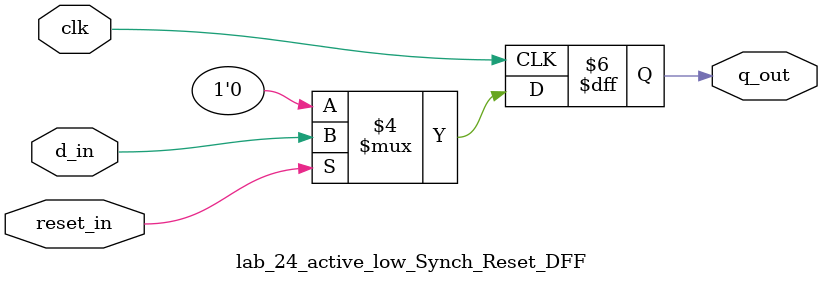
<source format=v>
`timescale 1ns / 1ps


module lab_24_active_low_Synch_Reset_DFF(
                            input d_in,
                            input clk,
                            input reset_in,
                            output reg q_out                       
    );
    
    always @(posedge clk)
    begin
            if(!reset_in)
                q_out <= 1'b0;
            else
                q_out <= d_in;
    end
endmodule

</source>
